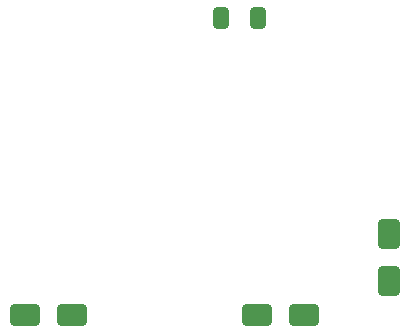
<source format=gbp>
%TF.GenerationSoftware,KiCad,Pcbnew,9.0.4*%
%TF.CreationDate,2025-09-07T14:44:28+03:00*%
%TF.ProjectId,Protection,50726f74-6563-4746-996f-6e2e6b696361,1.0*%
%TF.SameCoordinates,Original*%
%TF.FileFunction,Paste,Bot*%
%TF.FilePolarity,Positive*%
%FSLAX46Y46*%
G04 Gerber Fmt 4.6, Leading zero omitted, Abs format (unit mm)*
G04 Created by KiCad (PCBNEW 9.0.4) date 2025-09-07 14:44:28*
%MOMM*%
%LPD*%
G01*
G04 APERTURE LIST*
G04 Aperture macros list*
%AMRoundRect*
0 Rectangle with rounded corners*
0 $1 Rounding radius*
0 $2 $3 $4 $5 $6 $7 $8 $9 X,Y pos of 4 corners*
0 Add a 4 corners polygon primitive as box body*
4,1,4,$2,$3,$4,$5,$6,$7,$8,$9,$2,$3,0*
0 Add four circle primitives for the rounded corners*
1,1,$1+$1,$2,$3*
1,1,$1+$1,$4,$5*
1,1,$1+$1,$6,$7*
1,1,$1+$1,$8,$9*
0 Add four rect primitives between the rounded corners*
20,1,$1+$1,$2,$3,$4,$5,0*
20,1,$1+$1,$4,$5,$6,$7,0*
20,1,$1+$1,$6,$7,$8,$9,0*
20,1,$1+$1,$8,$9,$2,$3,0*%
G04 Aperture macros list end*
%ADD10RoundRect,0.250000X-0.650000X1.000000X-0.650000X-1.000000X0.650000X-1.000000X0.650000X1.000000X0*%
%ADD11RoundRect,0.250000X-1.000000X-0.650000X1.000000X-0.650000X1.000000X0.650000X-1.000000X0.650000X0*%
%ADD12RoundRect,0.250000X0.412500X0.650000X-0.412500X0.650000X-0.412500X-0.650000X0.412500X-0.650000X0*%
G04 APERTURE END LIST*
D10*
%TO.C,D1*%
X130970000Y-130210000D03*
X130970000Y-134210000D03*
%TD*%
D11*
%TO.C,D7*%
X119820000Y-137110000D03*
X123820000Y-137110000D03*
%TD*%
%TO.C,D6*%
X100120000Y-137110000D03*
X104120000Y-137110000D03*
%TD*%
D12*
%TO.C,C12*%
X119882500Y-111930000D03*
X116757500Y-111930000D03*
%TD*%
M02*

</source>
